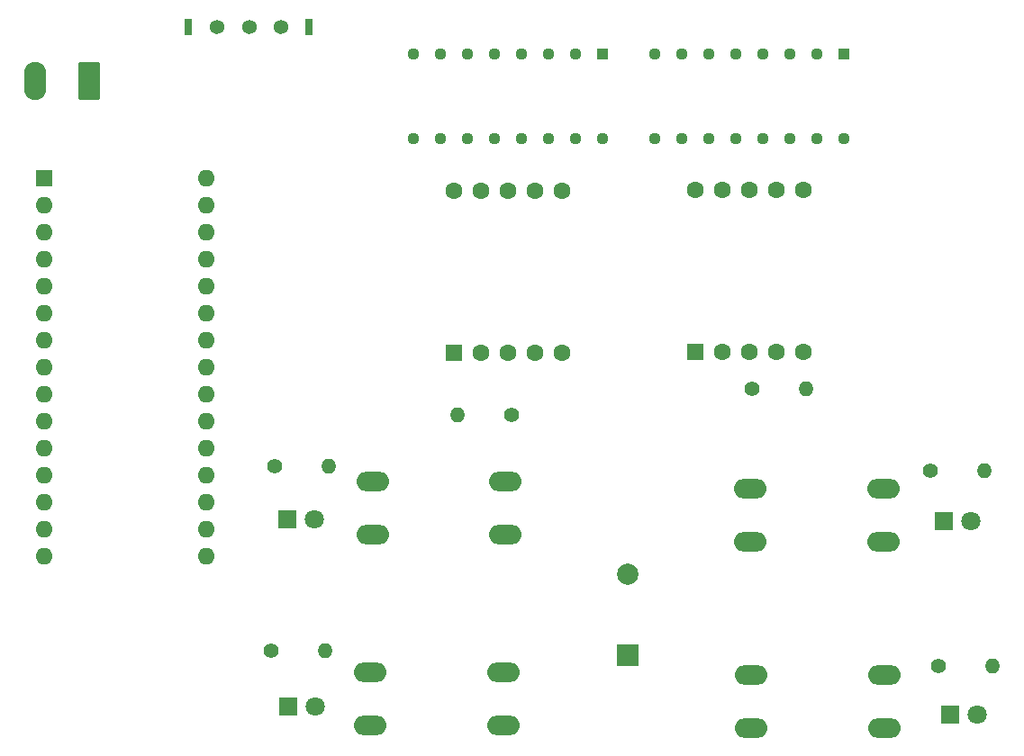
<source format=gts>
G04 #@! TF.GenerationSoftware,KiCad,Pcbnew,(6.0.11)*
G04 #@! TF.CreationDate,2023-02-10T17:49:21-04:00*
G04 #@! TF.ProjectId,simon_dice_2_layer,73696d6f-6e5f-4646-9963-655f325f6c61,rev?*
G04 #@! TF.SameCoordinates,Original*
G04 #@! TF.FileFunction,Soldermask,Top*
G04 #@! TF.FilePolarity,Negative*
%FSLAX46Y46*%
G04 Gerber Fmt 4.6, Leading zero omitted, Abs format (unit mm)*
G04 Created by KiCad (PCBNEW (6.0.11)) date 2023-02-10 17:49:21*
%MOMM*%
%LPD*%
G01*
G04 APERTURE LIST*
G04 Aperture macros list*
%AMRoundRect*
0 Rectangle with rounded corners*
0 $1 Rounding radius*
0 $2 $3 $4 $5 $6 $7 $8 $9 X,Y pos of 4 corners*
0 Add a 4 corners polygon primitive as box body*
4,1,4,$2,$3,$4,$5,$6,$7,$8,$9,$2,$3,0*
0 Add four circle primitives for the rounded corners*
1,1,$1+$1,$2,$3*
1,1,$1+$1,$4,$5*
1,1,$1+$1,$6,$7*
1,1,$1+$1,$8,$9*
0 Add four rect primitives between the rounded corners*
20,1,$1+$1,$2,$3,$4,$5,0*
20,1,$1+$1,$4,$5,$6,$7,0*
20,1,$1+$1,$6,$7,$8,$9,0*
20,1,$1+$1,$8,$9,$2,$3,0*%
G04 Aperture macros list end*
%ADD10C,1.400000*%
%ADD11O,1.400000X1.400000*%
%ADD12O,3.048000X1.850000*%
%ADD13R,1.800000X1.800000*%
%ADD14C,1.800000*%
%ADD15R,1.600000X1.600000*%
%ADD16C,1.600000*%
%ADD17O,1.600000X1.600000*%
%ADD18R,0.800000X1.600000*%
%ADD19C,1.362000*%
%ADD20R,1.130000X1.130000*%
%ADD21C,1.130000*%
%ADD22RoundRect,0.249999X0.790001X1.550001X-0.790001X1.550001X-0.790001X-1.550001X0.790001X-1.550001X0*%
%ADD23O,2.080000X3.600000*%
%ADD24R,2.000000X2.000000*%
%ADD25C,2.000000*%
G04 APERTURE END LIST*
D10*
X171060000Y-89600000D03*
D11*
X176140000Y-89600000D03*
D12*
X147660000Y-116245000D03*
X135160000Y-116245000D03*
X147660000Y-121245000D03*
X135160000Y-121245000D03*
D13*
X127360000Y-101840000D03*
D14*
X129900000Y-101840000D03*
D10*
X148386800Y-92024200D03*
D11*
X143306800Y-92024200D03*
D12*
X183440000Y-121500000D03*
X170940000Y-121500000D03*
X183440000Y-116500000D03*
X170940000Y-116500000D03*
D13*
X189635000Y-120240000D03*
D14*
X192175000Y-120240000D03*
D10*
X126170000Y-96840000D03*
D11*
X131250000Y-96840000D03*
D12*
X170895000Y-103940000D03*
X183395000Y-103940000D03*
X183395000Y-98940000D03*
X170895000Y-98940000D03*
X135355000Y-98305000D03*
X147855000Y-98305000D03*
X135355000Y-103305000D03*
X147855000Y-103305000D03*
D10*
X188570000Y-115640000D03*
D11*
X193650000Y-115640000D03*
D15*
X142963700Y-86212300D03*
D16*
X145503700Y-86212300D03*
X148043700Y-86212300D03*
X150583700Y-86212300D03*
X153123700Y-86212300D03*
X153123700Y-70972300D03*
X150583700Y-70972300D03*
X148043700Y-70972300D03*
X145503700Y-70972300D03*
X142963700Y-70972300D03*
D15*
X104500000Y-69790000D03*
D17*
X104500000Y-72330000D03*
X104500000Y-74870000D03*
X104500000Y-77410000D03*
X104500000Y-79950000D03*
X104500000Y-82490000D03*
X104500000Y-85030000D03*
X104500000Y-87570000D03*
X104500000Y-90110000D03*
X104500000Y-92650000D03*
X104500000Y-95190000D03*
X104500000Y-97730000D03*
X104500000Y-100270000D03*
X104500000Y-102810000D03*
X104500000Y-105350000D03*
X119740000Y-105350000D03*
X119740000Y-102810000D03*
X119740000Y-100270000D03*
X119740000Y-97730000D03*
X119740000Y-95190000D03*
X119740000Y-92650000D03*
X119740000Y-90110000D03*
X119740000Y-87570000D03*
X119740000Y-85030000D03*
X119740000Y-82490000D03*
X119740000Y-79950000D03*
X119740000Y-77410000D03*
X119740000Y-74870000D03*
X119740000Y-72330000D03*
X119740000Y-69790000D03*
D18*
X129337500Y-55500000D03*
X118037500Y-55500000D03*
D19*
X126737500Y-55500000D03*
X123737500Y-55500000D03*
X120737500Y-55500000D03*
D10*
X187770000Y-97240000D03*
D11*
X192850000Y-97240000D03*
D20*
X179695000Y-58100000D03*
D21*
X177155000Y-58100000D03*
X174615000Y-58100000D03*
X172075000Y-58100000D03*
X169535000Y-58100000D03*
X166995000Y-58100000D03*
X164455000Y-58100000D03*
X161915000Y-58100000D03*
X161915000Y-66040000D03*
X164455000Y-66040000D03*
X166995000Y-66040000D03*
X169535000Y-66040000D03*
X172075000Y-66040000D03*
X174615000Y-66040000D03*
X177155000Y-66040000D03*
X179695000Y-66040000D03*
D10*
X125770000Y-114240000D03*
D11*
X130850000Y-114240000D03*
D20*
X156995000Y-58100000D03*
D21*
X154455000Y-58100000D03*
X151915000Y-58100000D03*
X149375000Y-58100000D03*
X146835000Y-58100000D03*
X144295000Y-58100000D03*
X141755000Y-58100000D03*
X139215000Y-58100000D03*
X139215000Y-66040000D03*
X141755000Y-66040000D03*
X144295000Y-66040000D03*
X146835000Y-66040000D03*
X149375000Y-66040000D03*
X151915000Y-66040000D03*
X154455000Y-66040000D03*
X156995000Y-66040000D03*
D15*
X165725000Y-86077500D03*
D16*
X168265000Y-86077500D03*
X170805000Y-86077500D03*
X173345000Y-86077500D03*
X175885000Y-86077500D03*
X175885000Y-70837500D03*
X173345000Y-70837500D03*
X170805000Y-70837500D03*
X168265000Y-70837500D03*
X165725000Y-70837500D03*
D22*
X108740000Y-60577500D03*
D23*
X103660000Y-60577500D03*
D24*
X159310000Y-114640000D03*
D25*
X159310000Y-107040000D03*
D13*
X189035000Y-102040000D03*
D14*
X191575000Y-102040000D03*
D13*
X127435000Y-119440000D03*
D14*
X129975000Y-119440000D03*
M02*

</source>
